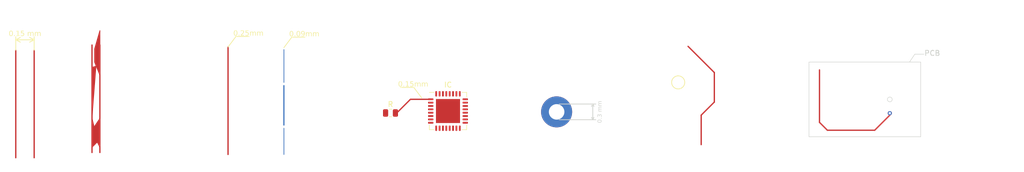
<source format=kicad_pcb>
(kicad_pcb (version 20221018) (generator pcbnew)
  (layers (0 "F.Cu" signal) (31 "B.Cu" signal) (34 "B.Paste" user) (35 "F.Paste" user) (36 "B.SilkS" user "B.Silkscreen") (37 "F.SilkS" user "F.Silkscreen") (38 "B.Mask" user) (39 "F.Mask" user) (44 "Edge.Cuts" user))
  (net 0 "")
  (footprint "Package_DFN_QFN:QFN-32-1EP_7x7mm_P0.65mm_EP4.65x4.65mm" (layer "F.Cu") (at 137.503 -17.31)
    (fp_text reference "IC" (at 0 -5.08) (layer "F.SilkS"))
    (fp_text value "QFN-32-1EP_7x7mm_P0.65mm_EP4.65x4.65mm")
    (fp_line (start -3.61 3.61) (end -3.61 2.71) (stroke (width 0.12)) (layer "F.SilkS"))
    (fp_line (start -2.71 -3.61) (end -3.61 -3.61) (stroke (width 0.12)) (layer "F.SilkS"))
    (fp_line (start -2.71 3.61) (end -3.61 3.61) (stroke (width 0.12)) (layer "F.SilkS"))
    (fp_line (start 2.71 -3.61) (end 3.61 -3.61) (stroke (width 0.12)) (layer "F.SilkS"))
    (fp_line (start 2.71 3.61) (end 3.61 3.61) (stroke (width 0.12)) (layer "F.SilkS"))
    (fp_line (start 3.61 -3.61) (end 3.61 -2.71) (stroke (width 0.12)) (layer "F.SilkS"))
    (fp_line (start 3.61 3.61) (end 3.61 2.71) (stroke (width 0.12)) (layer "F.SilkS"))
    (pad "1" smd roundrect (at -3.3375 -2.275) (size 1.025 0.35) (layers "F.Cu" "F.Paste" "F.Mask"))
    (pad "2" smd roundrect (at -3.3375 -1.625) (size 1.025 0.35) (layers "F.Cu" "F.Paste" "F.Mask"))
    (pad "3" smd roundrect (at -3.3375 -0.975) (size 1.025 0.35) (layers "F.Cu" "F.Paste" "F.Mask"))
    (pad "4" smd roundrect (at -3.3375 -0.325) (size 1.025 0.35) (layers "F.Cu" "F.Paste" "F.Mask"))
    (pad "5" smd roundrect (at -3.3375 0.325) (size 1.025 0.35) (layers "F.Cu" "F.Paste" "F.Mask"))
    (pad "6" smd roundrect (at -3.3375 0.975) (size 1.025 0.35) (layers "F.Cu" "F.Paste" "F.Mask"))
    (pad "7" smd roundrect (at -3.3375 1.625) (size 1.025 0.35) (layers "F.Cu" "F.Paste" "F.Mask"))
    (pad "8" smd roundrect (at -3.3375 2.275) (size 1.025 0.35) (layers "F.Cu" "F.Paste" "F.Mask"))
    (pad "9" smd roundrect (at -2.275 3.3375) (size 0.35 1.025) (layers "F.Cu" "F.Paste" "F.Mask"))
    (pad "10" smd roundrect (at -1.625 3.3375) (size 0.35 1.025) (layers "F.Cu" "F.Paste" "F.Mask"))
    (pad "11" smd roundrect (at -0.975 3.3375) (size 0.35 1.025) (layers "F.Cu" "F.Paste" "F.Mask"))
    (pad "12" smd roundrect (at -0.325 3.3375) (size 0.35 1.025) (layers "F.Cu" "F.Paste" "F.Mask"))
    (pad "13" smd roundrect (at 0.325 3.3375) (size 0.35 1.025) (layers "F.Cu" "F.Paste" "F.Mask"))
    (pad "14" smd roundrect (at 0.975 3.3375) (size 0.35 1.025) (layers "F.Cu" "F.Paste" "F.Mask"))
    (pad "15" smd roundrect (at 1.625 3.3375) (size 0.35 1.025) (layers "F.Cu" "F.Paste" "F.Mask"))
    (pad "16" smd roundrect (at 2.275 3.3375) (size 0.35 1.025) (layers "F.Cu" "F.Paste" "F.Mask"))
    (pad "17" smd roundrect (at 3.3375 2.275) (size 1.025 0.35) (layers "F.Cu" "F.Paste" "F.Mask"))
    (pad "18" smd roundrect (at 3.3375 1.625) (size 1.025 0.35) (layers "F.Cu" "F.Paste" "F.Mask"))
    (pad "19" smd roundrect (at 3.3375 0.975) (size 1.025 0.35) (layers "F.Cu" "F.Paste" "F.Mask"))
    (pad "20" smd roundrect (at 3.3375 0.325) (size 1.025 0.35) (layers "F.Cu" "F.Paste" "F.Mask"))
    (pad "21" smd roundrect (at 3.3375 -0.325) (size 1.025 0.35) (layers "F.Cu" "F.Paste" "F.Mask"))
    (pad "22" smd roundrect (at 3.3375 -0.975) (size 1.025 0.35) (layers "F.Cu" "F.Paste" "F.Mask"))
    (pad "23" smd roundrect (at 3.3375 -1.625) (size 1.025 0.35) (layers "F.Cu" "F.Paste" "F.Mask"))
    (pad "24" smd roundrect (at 3.3375 -2.275) (size 1.025 0.35) (layers "F.Cu" "F.Paste" "F.Mask"))
    (pad "25" smd roundrect (at 2.275 -3.3375) (size 0.35 1.025) (layers "F.Cu" "F.Paste" "F.Mask"))
    (pad "26" smd roundrect (at 1.625 -3.3375) (size 0.35 1.025) (layers "F.Cu" "F.Paste" "F.Mask"))
    (pad "27" smd roundrect (at 0.975 -3.3375) (size 0.35 1.025) (layers "F.Cu" "F.Paste" "F.Mask"))
    (pad "28" smd roundrect (at 0.325 -3.3375) (size 0.35 1.025) (layers "F.Cu" "F.Paste" "F.Mask"))
    (pad "29" smd roundrect (at -0.325 -3.3375) (size 0.35 1.025) (layers "F.Cu" "F.Paste" "F.Mask"))
    (pad "30" smd roundrect (at -0.975 -3.3375) (size 0.35 1.025) (layers "F.Cu" "F.Paste" "F.Mask"))
    (pad "31" smd roundrect (at -1.625 -3.3375) (size 0.35 1.025) (layers "F.Cu" "F.Paste" "F.Mask"))
    (pad "32" smd roundrect (at -2.275 -3.3375) (size 0.35 1.025) (layers "F.Cu" "F.Paste" "F.Mask"))
    (pad "33" smd rect (at 0 0) (size 4.65 4.65) (layers "F.Cu" "F.Mask"))
  )
  (footprint "Capacitor_SMD:C_0805_2012Metric" (layer "F.Cu") (at 126.393 -16.929)
    (fp_text reference "R" (at 0 -1.68) (layer "F.SilkS"))
    (fp_text value "C_0805_2012Metric")
    (fp_line (start -0.261252 -0.735) (end 0.261252 -0.735) (stroke (width 0.12)) (layer "F.SilkS"))
    (fp_line (start -0.261252 0.735) (end 0.261252 0.735) (stroke (width 0.12)) (layer "F.SilkS"))
    (pad "1" smd roundrect (at -0.95 0) (size 1 1.45) (layers "F.Cu" "F.Paste" "F.Mask"))
    (pad "2" smd roundrect (at 0.95 0) (size 1 1.45) (layers "F.Cu" "F.Paste" "F.Mask"))
  )
  (gr_poly (pts (xy 70.231 -15.875) (xy 69.215 -14.351) (xy 69.723 -11.303) (xy 70.231 -10.287)) (stroke (width 0.15)) (fill solid) (layer "F.Cu"))
  (gr_poly (pts (xy 70.231 -24.257) (xy 69.215 -26.797) (xy 69.215 -29.337) (xy 70.231 -32.893)) (stroke (width 0.15)) (fill solid) (layer "F.Cu"))
  (gr_poly (pts (xy 68.707 -10.287) (xy 69.723 -11.303) (xy 69.215 -13.843) (xy 68.707 -15.875)) (stroke (width 0.15)) (fill solid) (layer "F.Cu"))
  (gr_poly (pts (xy 68.707 -25.781) (xy 69.723 -26.035) (xy 69.723 -29.337) (xy 68.707 -16.129)) (stroke (width 0.15)) (fill solid) (layer "F.Cu"))
  (gr_circle (center 181.991 -22.86) (end 181.991 -21.59) (stroke (width 0.15)) (fill none) (layer "F.SilkS"))
  (gr_line (start 128.359 -21.882) (end 130.899 -21.882) (stroke (width 0.15)) (layer "F.SilkS"))
  (gr_line (start 105.791 -29.591) (end 107.315 -31.623) (stroke (width 0.15)) (layer "F.SilkS"))
  (gr_line (start 96.52 -31.75) (end 99.06 -31.75) (stroke (width 0.15)) (layer "F.SilkS"))
  (gr_line (start 107.315 -31.623) (end 109.855 -31.623) (stroke (width 0.15)) (layer "F.SilkS"))
  (gr_line (start 132.423 -19.85) (end 130.899 -21.882) (stroke (width 0.15)) (layer "F.SilkS"))
  (gr_line (start 94.996 -29.718) (end 96.52 -31.75) (stroke (width 0.15)) (layer "F.SilkS"))
  (gr_circle (center 222.885 -19.558) (end 223.139 -19.177) (stroke (width 0.1)) (fill none) (layer "Edge.Cuts"))
  (gr_line (start 226.695 -26.797) (end 227.711 -28.321) (stroke (width 0.1)) (layer "Edge.Cuts"))
  (gr_line (start 227.711 -28.321) (end 229.489 -28.321) (stroke (width 0.1)) (layer "Edge.Cuts"))
  (gr_rect (start 207.264 -26.797) (end 228.854 -12.319) (stroke (width 0.1)) (fill none) (layer "Edge.Cuts"))
  (gr_text "0.25mm\n" (at 96.012 -31.75) (layer "F.SilkS") (effects (font (size 1 1)) (justify left bottom)))
  (gr_text "0.09mm\n" (at 106.807 -31.623) (layer "F.SilkS") (effects (font (size 1 1)) (justify left bottom)))
  (gr_text "0.15mm" (at 127.851 -21.882) (layer "F.SilkS") (effects (font (size 1 1)) (justify left bottom)))
  (gr_text "PCB" (at 229.489 -27.94) (layer "Edge.Cuts") (effects (font (size 1 1)) (justify left bottom)))
  (dimension (type aligned) (layer "F.SilkS") (pts (xy 53.975 -28.575) (xy 57.531 -28.575)) (height -2.54) (gr_text "0.15 mm" (at 55.753 -32.265) (layer "F.SilkS") (effects (font (face "Lexend") (size 1 1) (thickness 0.15)))) (format (prefix "") (suffix "") (units 3) (units_format 1) (precision 2) (override_value "0.15") suppress_zeroes) (style (thickness 0.15) (arrow_length 1) (text_position_mode 2) (extension_height 0.58642) (extension_offset 0.5) keep_text_aligned))
  (dimension (type aligned) (layer "Edge.Cuts") (pts (xy 158.496 -18.669) (xy 158.496 -15.621)) (height -6.985) (gr_text "0.3 mm" (at 166.856 -17.145 90) (layer "Edge.Cuts") (effects (font (face "Lexend") (size 0.8 0.8) (thickness 0.15)))) (format (prefix "") (suffix "") (units 3) (units_format 1) (precision 4) (override_value "0.3")) (style (thickness 0.15) (arrow_length 0.5) (text_position_mode 2) (extension_height 0.58642) (extension_offset 0.5) keep_text_aligned))
  (segment (start 209.296 -15.113) (end 210.82 -13.589) (width 0.25) (layer "F.Cu") (net 0))
  (segment (start 188.976 -19.05) (end 186.436 -16.51) (width 0.25) (layer "F.Cu") (net 0))
  (segment (start 186.436 -16.51) (end 186.436 -10.795) (width 0.25) (layer "F.Cu") (net 0))
  (segment (start 183.896 -29.845) (end 188.976 -24.765) (width 0.25) (layer "F.Cu") (net 0))
  (segment (start 130.253 -19.585) (end 134.1655 -19.585) (width 0.25) (layer "F.Cu") (net 0))
  (segment (start 209.296 -25.273) (end 209.296 -15.113) (width 0.25) (layer "F.Cu") (net 0))
  (segment (start 219.964 -13.589) (end 222.885 -16.51) (width 0.25) (layer "F.Cu") (net 0))
  (segment (start 70.231 -30.099) (end 70.231 -9.271) (width 0.25) (layer "F.Cu") (net 0))
  (segment (start 188.976 -24.765) (end 188.976 -19.05) (width 0.25) (layer "F.Cu") (net 0))
  (segment (start 222.885 -16.891) (end 222.885 -16.764) (width 0.25) (layer "F.Cu") (net 0))
  (segment (start 210.82 -13.589) (end 219.964 -13.589) (width 0.25) (layer "F.Cu") (net 0))
  (segment (start 68.707 -9.271) (end 68.707 -30.099) (width 0.25) (layer "F.Cu") (net 0))
  (segment (start 127.597 -16.929) (end 130.253 -19.585) (width 0.25) (layer "F.Cu") (net 0))
  (segment (start 94.996 -29.718) (end 94.996 -8.89) (width 0.25) (layer "F.Cu") (net 0))
  (segment (start 53.975 -8.255) (end 53.975 -29.083) (width 0.25) (layer "F.Cu") (net 0))
  (segment (start 127.343 -16.929) (end 127.597 -16.929) (width 0.25) (layer "F.Cu") (net 0))
  (segment (start 222.885 -16.51) (end 222.885 -16.891) (width 0.25) (layer "F.Cu") (net 0))
  (segment (start 57.531 -29.083) (end 57.531 -8.255) (width 0.25) (layer "F.Cu") (net 0))
  (via (at 222.885 -16.891) (size 0.8) (drill 0.4) (layers "F.Cu" "B.Cu") (net 0))
  (via (at 158.496 -17.145) (size 6) (drill 3) (layers "F.Cu" "B.Cu") (net 0))
  (segment (start 105.791 -21.59) (end 105.791 -22.225) (width 0.15) (layer "B.Cu") (net 0))
  (segment (start 105.791 -29.21) (end 105.791 -22.86) (width 0.15) (layer "B.Cu") (net 0))
  (segment (start 105.791 -22.225) (end 105.791 -14.605) (width 0.25) (layer "B.Cu") (net 0))
  (segment (start 105.791 -13.97) (end 105.791 -8.89) (width 0.15) (layer "B.Cu") (net 0))
)
</source>
